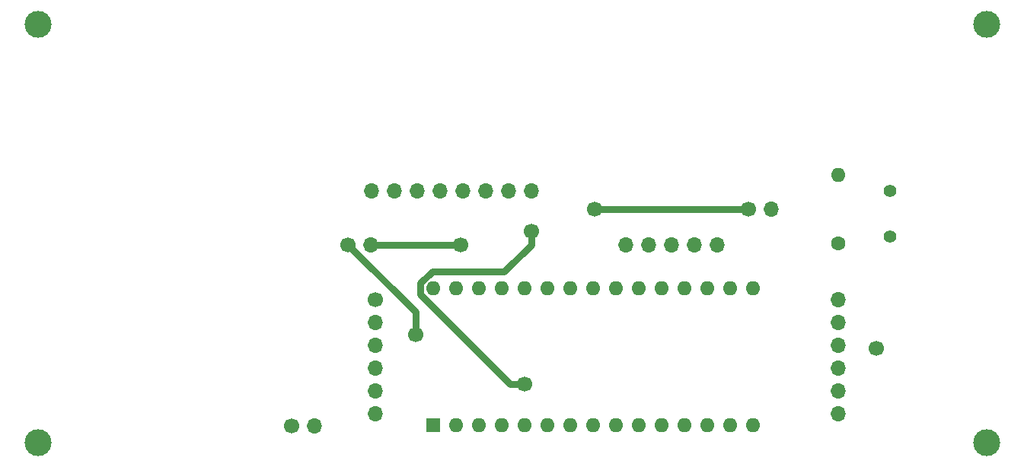
<source format=gbr>
%TF.GenerationSoftware,KiCad,Pcbnew,6.0.11-2627ca5db0~126~ubuntu22.04.1*%
%TF.CreationDate,2023-02-14T15:09:55+01:00*%
%TF.ProjectId,pcb,7063622e-6b69-4636-9164-5f7063625858,rev?*%
%TF.SameCoordinates,Original*%
%TF.FileFunction,Copper,L1,Top*%
%TF.FilePolarity,Positive*%
%FSLAX46Y46*%
G04 Gerber Fmt 4.6, Leading zero omitted, Abs format (unit mm)*
G04 Created by KiCad (PCBNEW 6.0.11-2627ca5db0~126~ubuntu22.04.1) date 2023-02-14 15:09:55*
%MOMM*%
%LPD*%
G01*
G04 APERTURE LIST*
%TA.AperFunction,ComponentPad*%
%ADD10C,1.700000*%
%TD*%
%TA.AperFunction,ComponentPad*%
%ADD11O,1.700000X1.700000*%
%TD*%
%TA.AperFunction,ComponentPad*%
%ADD12R,1.600000X1.600000*%
%TD*%
%TA.AperFunction,ComponentPad*%
%ADD13O,1.600000X1.600000*%
%TD*%
%TA.AperFunction,ComponentPad*%
%ADD14C,1.400000*%
%TD*%
%TA.AperFunction,ComponentPad*%
%ADD15C,1.600000*%
%TD*%
%TA.AperFunction,ViaPad*%
%ADD16C,3.000000*%
%TD*%
%TA.AperFunction,Conductor*%
%ADD17C,0.800000*%
%TD*%
G04 APERTURE END LIST*
D10*
%TO.P,REF\u002A\u002A,1*%
%TO.N,INTERRUPT*%
X127375000Y-90000000D03*
%TD*%
%TO.P,REF\u002A\u002A,1*%
%TO.N,Earth*%
X119500000Y-91500000D03*
%TD*%
%TO.P,REF\u002A\u002A,1*%
%TO.N,INTERRUPT*%
X126610000Y-107000000D03*
%TD*%
%TO.P,REF\u002A\u002A,1*%
%TO.N,Earth*%
X165750000Y-103000000D03*
%TD*%
D11*
%TO.P,REF\u002A\u002A,1*%
%TO.N,3.3v*%
X161500000Y-97650000D03*
%TO.P,REF\u002A\u002A,2*%
%TO.N,CS*%
X161500000Y-100190000D03*
%TO.P,REF\u002A\u002A,3*%
%TO.N,MOSI*%
X161500000Y-102730000D03*
%TO.P,REF\u002A\u002A,4*%
%TO.N,CLK*%
X161500000Y-105270000D03*
%TO.P,REF\u002A\u002A,5*%
%TO.N,MISO*%
X161500000Y-107810000D03*
%TO.P,REF\u002A\u002A,6*%
%TO.N,Earth*%
X161500000Y-110350000D03*
%TD*%
D12*
%TO.P,A1,1,D1/TX*%
%TO.N,unconnected-(A1-Pad1)*%
X116450000Y-111610000D03*
D13*
%TO.P,A1,2,D0/RX*%
%TO.N,unconnected-(A1-Pad2)*%
X118990000Y-111610000D03*
%TO.P,A1,3,~{RESET}*%
%TO.N,unconnected-(A1-Pad3)*%
X121530000Y-111610000D03*
%TO.P,A1,4,GND*%
%TO.N,Earth*%
X124070000Y-111610000D03*
%TO.P,A1,5,D2*%
%TO.N,INTERRUPT*%
X126610000Y-111610000D03*
%TO.P,A1,6,D3*%
%TO.N,unconnected-(A1-Pad6)*%
X129150000Y-111610000D03*
%TO.P,A1,7,D4*%
%TO.N,GPS_RECEIVE*%
X131690000Y-111610000D03*
%TO.P,A1,8,D5*%
%TO.N,GPS_TRANSMIT*%
X134230000Y-111610000D03*
%TO.P,A1,9,D6*%
%TO.N,unconnected-(A1-Pad9)*%
X136770000Y-111610000D03*
%TO.P,A1,10,D7*%
%TO.N,unconnected-(A1-Pad10)*%
X139310000Y-111610000D03*
%TO.P,A1,11,D8*%
%TO.N,BUTTON*%
X141850000Y-111610000D03*
%TO.P,A1,12,D9*%
%TO.N,unconnected-(A1-Pad12)*%
X144390000Y-111610000D03*
%TO.P,A1,13,D10*%
%TO.N,CS*%
X146930000Y-111610000D03*
%TO.P,A1,14,D11*%
%TO.N,MOSI*%
X149470000Y-111610000D03*
%TO.P,A1,15,D12*%
%TO.N,MISO*%
X152010000Y-111610000D03*
%TO.P,A1,16,D13*%
%TO.N,CLK*%
X152010000Y-96370000D03*
%TO.P,A1,17,3V3*%
%TO.N,3.3v*%
X149470000Y-96370000D03*
%TO.P,A1,18,AREF*%
%TO.N,unconnected-(A1-Pad18)*%
X146930000Y-96370000D03*
%TO.P,A1,19,A0*%
%TO.N,unconnected-(A1-Pad19)*%
X144390000Y-96370000D03*
%TO.P,A1,20,A1*%
%TO.N,unconnected-(A1-Pad20)*%
X141850000Y-96370000D03*
%TO.P,A1,21,A2*%
%TO.N,unconnected-(A1-Pad21)*%
X139310000Y-96370000D03*
%TO.P,A1,22,A3*%
%TO.N,unconnected-(A1-Pad22)*%
X136770000Y-96370000D03*
%TO.P,A1,23,A4*%
%TO.N,SDA*%
X134230000Y-96370000D03*
%TO.P,A1,24,A5*%
%TO.N,SCL*%
X131690000Y-96370000D03*
%TO.P,A1,25,A6*%
%TO.N,unconnected-(A1-Pad25)*%
X129150000Y-96370000D03*
%TO.P,A1,26,A7*%
%TO.N,unconnected-(A1-Pad26)*%
X126610000Y-96370000D03*
%TO.P,A1,27,+5V*%
%TO.N,5v*%
X124070000Y-96370000D03*
%TO.P,A1,28,~{RESET}*%
%TO.N,unconnected-(A1-Pad28)*%
X121530000Y-96370000D03*
%TO.P,A1,29,GND*%
%TO.N,Earth*%
X118990000Y-96370000D03*
%TO.P,A1,30,VIN*%
%TO.N,unconnected-(A1-Pad30)*%
X116450000Y-96370000D03*
%TD*%
D14*
%TO.P,SW1,1,1*%
%TO.N,BUTTON*%
X167300000Y-85480000D03*
%TO.N,5v*%
X167300000Y-90560000D03*
%TD*%
D10*
%TO.P,REF\u002A\u002A,1*%
%TO.N,Earth*%
X134375000Y-87500000D03*
%TD*%
D11*
%TO.P,REF\u002A\u002A,1*%
%TO.N,INTERRUPT*%
X127375000Y-85500000D03*
%TO.P,REF\u002A\u002A,2*%
%TO.N,N/C*%
X124835000Y-85500000D03*
%TO.P,REF\u002A\u002A,3*%
X122295000Y-85500000D03*
%TO.P,REF\u002A\u002A,4*%
X119755000Y-85500000D03*
%TO.P,REF\u002A\u002A,5*%
%TO.N,SDA*%
X117215000Y-85500000D03*
%TO.P,REF\u002A\u002A,6*%
%TO.N,SCL*%
X114675000Y-85500000D03*
%TO.P,REF\u002A\u002A,7*%
%TO.N,Earth*%
X112135000Y-85500000D03*
%TO.P,REF\u002A\u002A,8*%
%TO.N,5v*%
X109595000Y-85500000D03*
%TD*%
D10*
%TO.P,REF\u002A\u002A,1*%
%TO.N,Earth*%
X114500000Y-101500000D03*
%TD*%
%TO.P,REF\u002A\u002A,1*%
%TO.N,Earth*%
X151500000Y-87500000D03*
D11*
%TO.P,REF\u002A\u002A,2*%
X154040000Y-87500000D03*
%TD*%
D10*
%TO.P,REF\u002A\u002A,1*%
%TO.N,SCL*%
X110000000Y-97650000D03*
D11*
%TO.P,REF\u002A\u002A,2*%
%TO.N,5v*%
X110000000Y-100190000D03*
%TO.P,REF\u002A\u002A,3*%
%TO.N,GPS_RECEIVE*%
X110000000Y-102730000D03*
%TO.P,REF\u002A\u002A,4*%
%TO.N,GPS_TRANSMIT*%
X110000000Y-105270000D03*
%TO.P,REF\u002A\u002A,5*%
%TO.N,Earth*%
X110000000Y-107810000D03*
%TO.P,REF\u002A\u002A,6*%
%TO.N,SDA*%
X110000000Y-110350000D03*
%TD*%
%TO.P,REF\u002A\u002A,1*%
%TO.N,Earth*%
X137925000Y-91500000D03*
%TO.P,REF\u002A\u002A,2*%
%TO.N,5v*%
X140465000Y-91500000D03*
%TO.P,REF\u002A\u002A,3*%
%TO.N,SDA*%
X143005000Y-91500000D03*
%TO.P,REF\u002A\u002A,4*%
%TO.N,SCL*%
X145545000Y-91500000D03*
%TO.P,REF\u002A\u002A,5*%
%TO.N,N/C*%
X148085000Y-91500000D03*
%TD*%
D10*
%TO.P,REF\u002A\u002A,1*%
%TO.N,Earth*%
X107000000Y-91500000D03*
D11*
%TO.P,REF\u002A\u002A,2*%
X109540000Y-91500000D03*
%TD*%
D15*
%TO.P,R1,1*%
%TO.N,Earth*%
X161500000Y-91310000D03*
D13*
%TO.P,R1,2*%
%TO.N,BUTTON*%
X161500000Y-83690000D03*
%TD*%
D10*
%TO.P,REF\u002A\u002A,1*%
%TO.N,Earth*%
X100725000Y-111680000D03*
D11*
%TO.P,REF\u002A\u002A,2*%
%TO.N,5v*%
X103265000Y-111680000D03*
%TD*%
D16*
%TO.N,Earth*%
X178000000Y-113500000D03*
%TO.N,*%
X178000000Y-67000000D03*
%TO.N,Earth*%
X72500000Y-113500000D03*
X72500000Y-67000000D03*
%TD*%
D17*
%TO.N,Earth*%
X119500000Y-91500000D02*
X109540000Y-91500000D01*
X107000000Y-91500000D02*
X114500000Y-99000000D01*
X114500000Y-99000000D02*
X114500000Y-101500000D01*
X151500000Y-87500000D02*
X134375000Y-87500000D01*
%TO.N,INTERRUPT*%
X127375000Y-91500000D02*
X127375000Y-90000000D01*
X115050000Y-97050000D02*
X125000000Y-107000000D01*
X115050000Y-95790101D02*
X115050000Y-97050000D01*
X127375000Y-91500000D02*
X124375000Y-94500000D01*
X124375000Y-94500000D02*
X116340101Y-94500000D01*
X116340101Y-94500000D02*
X115050000Y-95790101D01*
X125000000Y-107000000D02*
X126610000Y-107000000D01*
%TD*%
M02*

</source>
